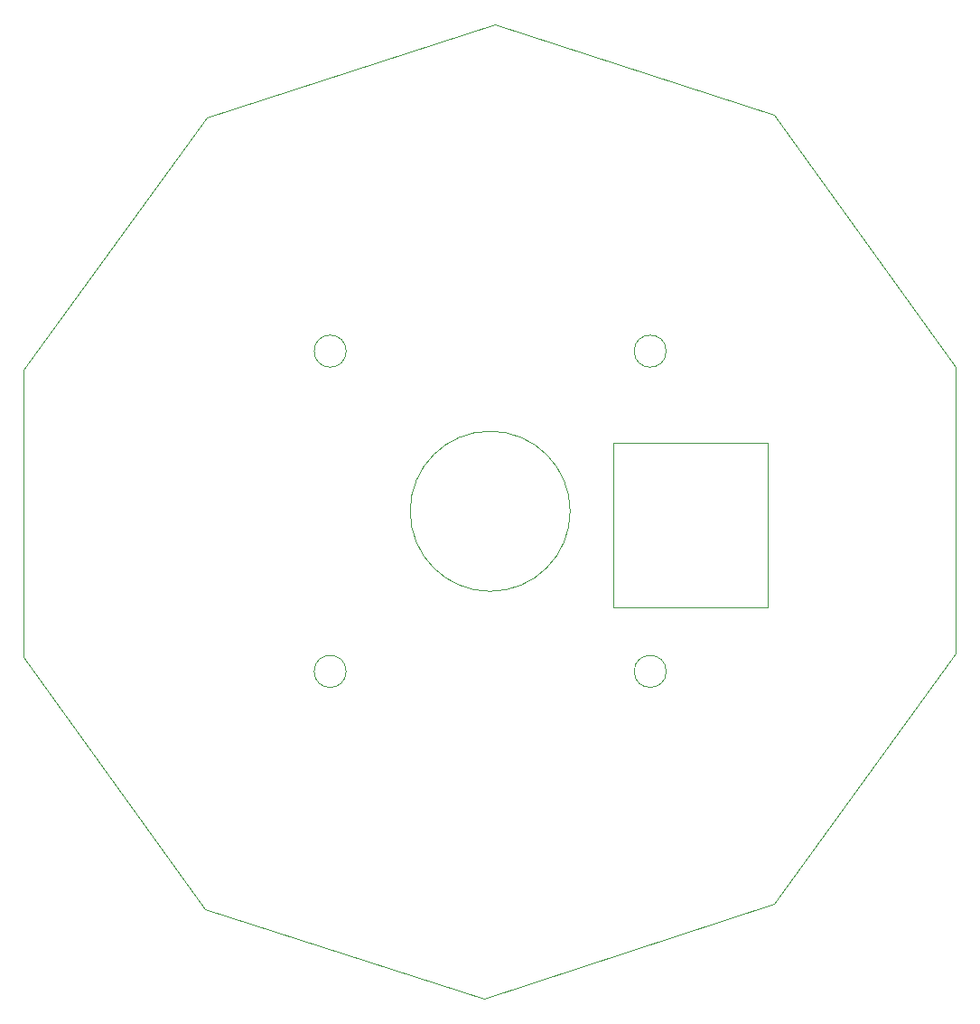
<source format=gbr>
G04 #@! TF.GenerationSoftware,KiCad,Pcbnew,5.1.6*
G04 #@! TF.CreationDate,2020-09-30T10:53:22+02:00*
G04 #@! TF.ProjectId,enigma-ToF,656e6967-6d61-42d5-946f-462e6b696361,rev?*
G04 #@! TF.SameCoordinates,Original*
G04 #@! TF.FileFunction,Profile,NP*
%FSLAX46Y46*%
G04 Gerber Fmt 4.6, Leading zero omitted, Abs format (unit mm)*
G04 Created by KiCad (PCBNEW 5.1.6) date 2020-09-30 10:53:22*
%MOMM*%
%LPD*%
G01*
G04 APERTURE LIST*
G04 #@! TA.AperFunction,Profile*
%ADD10C,0.100000*%
G04 #@! TD*
G04 #@! TA.AperFunction,Profile*
%ADD11C,0.050000*%
G04 #@! TD*
G04 APERTURE END LIST*
D10*
X70485000Y-24384000D02*
X96647000Y-32893000D01*
X43434000Y-33147000D02*
X70485000Y-24384000D01*
X26289000Y-56769000D02*
X43434000Y-33147000D01*
X26289000Y-83693000D02*
X26289000Y-56769000D01*
X43307000Y-107315000D02*
X26289000Y-83693000D01*
X69469000Y-115697000D02*
X43307000Y-107315000D01*
X96647000Y-106807000D02*
X69469000Y-115697000D01*
X113665000Y-83312000D02*
X96647000Y-106807000D01*
X113665000Y-56515000D02*
X113665000Y-83312000D01*
X96647000Y-32893000D02*
X113665000Y-56515000D01*
D11*
X81500000Y-79000000D02*
X81500000Y-63600000D01*
X96000000Y-79000000D02*
X81500000Y-79000000D01*
X96000000Y-63600000D02*
X96000000Y-79000000D01*
X81500000Y-63600000D02*
X96000000Y-63600000D01*
X56500000Y-55000000D02*
G75*
G03*
X56500000Y-55000000I-1500000J0D01*
G01*
X56500000Y-85000000D02*
G75*
G03*
X56500000Y-85000000I-1500000J0D01*
G01*
X86500000Y-85000000D02*
G75*
G03*
X86500000Y-85000000I-1500000J0D01*
G01*
X86500000Y-55000000D02*
G75*
G03*
X86500000Y-55000000I-1500000J0D01*
G01*
X77500000Y-70000000D02*
G75*
G03*
X77500000Y-70000000I-7500000J0D01*
G01*
M02*

</source>
